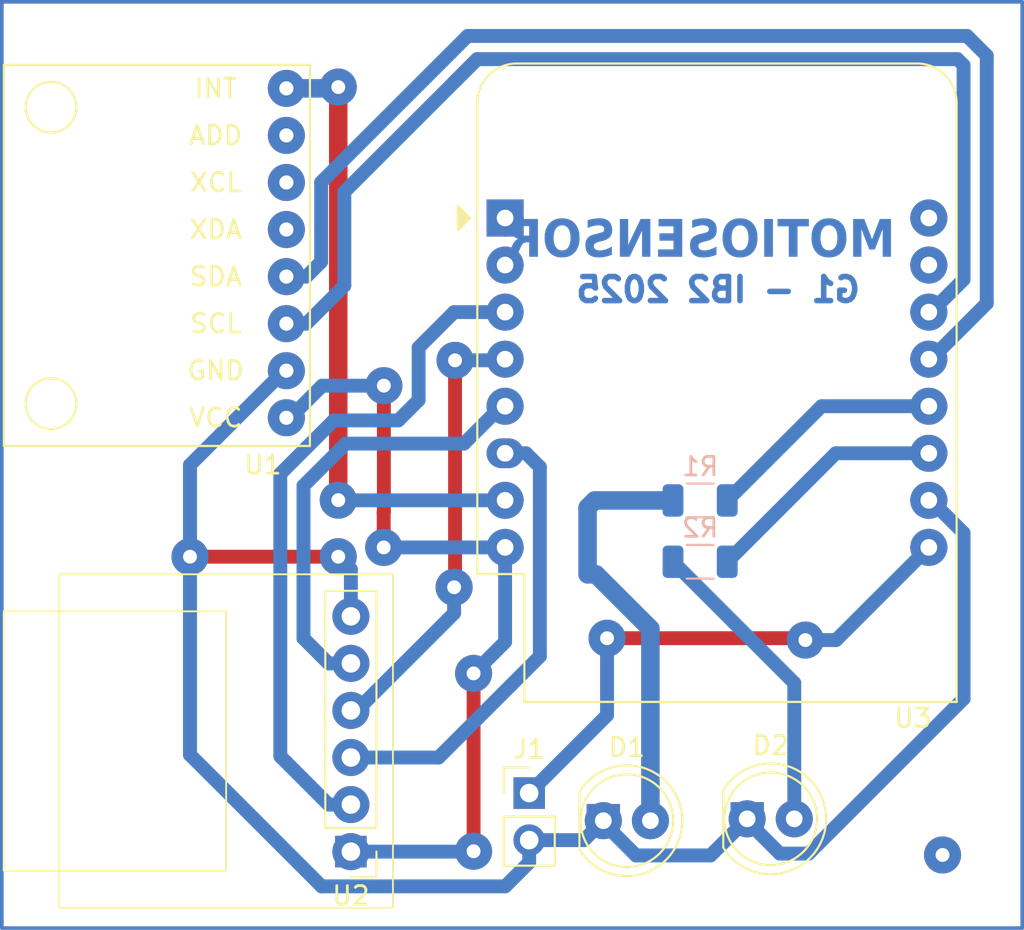
<source format=kicad_pcb>
(kicad_pcb (version 20241229) (generator "pcbnew") (generator_version "9.0")
  (layers (0 "F.Cu" signal) (2 "B.Cu" signal) (13 "F.Paste" user) (15 "B.Paste" user) (5 "F.SilkS" user "F.Silkscreen") (7 "B.SilkS" user "B.Silkscreen") (1 "F.Mask" user) (3 "B.Mask" user) (25 "Edge.Cuts" user))
  (net 0 "")
  (net 1 "Net-(D1-A)")
  (net 2 "/GND")
  (net 3 "Net-(D2-A)")
  (net 4 "/LED_SD")
  (net 5 "/LED_C")
  (net 6 "/V_IN")
  (net 7 "/3V3")
  (net 8 "unconnected-(U1-XDA-Pad5)")
  (net 9 "/SDA")
  (net 10 "unconnected-(U1-XCL-Pad6)")
  (net 11 "/SCL")
  (net 12 "unconnected-(U1-ADD-Pad7)")
  (net 13 "/INT")
  (net 14 "/CLK")
  (net 15 "/CS")
  (net 16 "/MISO")
  (net 17 "/MOSI")
  (net 18 "unconnected-(U3-RX-Pad15)")
  (net 19 "unconnected-(U3-~{RST}-Pad1)")
  (net 20 "unconnected-(U3-A0-Pad2)")
  (net 21 "unconnected-(U3-TX-Pad16)")
  (footprint "LED_THT:LED_D5.0mm" (layer "F.Cu") (at 187.36 91.15)
    (property "Reference" "D2" (at 1.27 -3.96 0) (layer "F.SilkS"))
    (property "Value" "LED")
    (fp_line (start -1.29 -1.545) (end -1.29 1.545) (stroke (width 0.12)) (layer "F.SilkS"))
    (fp_arc (start -1.29 -1.54483) (mid 2.071779 -2.880495) (end 4.26 0) (stroke (width 0.12)) (layer "F.SilkS"))
    (fp_arc (start 4.26 0) (mid 2.071779 2.880495) (end -1.29 1.54483) (stroke (width 0.12)) (layer "F.SilkS"))
    (fp_circle (center 1.27 0) (end 3.77 0) (stroke (width 0.12)) (fill no) (layer "F.SilkS"))
    (pad "1" thru_hole rect (at 0 0) (size 1.8 1.8) (drill 0.9) (layers "*.Cu" "*.Mask") (net 2 "/GND"))
    (pad "2" thru_hole circle (at 2.54 0) (size 1.8 1.8) (drill 0.9) (layers "*.Cu" "*.Mask") (net 3 "Net-(D2-A)"))
  )
  (footprint "micro_sd:PinHeader_1x06_P2.54mm_Vertical" (layer "F.Cu") (at 150.25 95.95 90)
    (property "Reference" "U2" (at 0.65 15.73 0) (layer "F.SilkS"))
    (property "Value" "~")
    (fp_line (start 4.3 14.35) (end 17.11 14.35) (stroke (width 0.12)) (layer "F.SilkS"))
    (fp_line (start 17.11 17.11) (end 17.11 14.35) (stroke (width 0.12)) (layer "F.SilkS"))
    (fp_line (start 4.3 17.11) (end 4.3 14.35) (stroke (width 0.12)) (layer "F.SilkS"))
    (fp_line (start 4.3 17.11) (end 17.11 17.11) (stroke (width 0.12)) (layer "F.SilkS"))
    (fp_line (start 3.03 17.11) (end 1.65 17.11) (stroke (width 0.12)) (layer "F.SilkS"))
    (fp_line (start 1.65 17.11) (end 1.65 15.73) (stroke (width 0.12)) (layer "F.SilkS"))
    (fp_rect (start 2 -3) (end 16 9) (stroke (width 0.1)) (fill no) (layer "F.SilkS"))
    (fp_rect (start 0 0) (end 18 18) (stroke (width 0.1)) (fill no) (layer "F.SilkS"))
    (pad "1" thru_hole rect (at 3.03 15.73 180) (size 1.7 1.7) (drill 1) (layers "*.Cu" "*.Mask") (net 7 "/3V3"))
    (pad "2" thru_hole circle (at 5.57 15.73 180) (size 1.7 1.7) (drill 1) (layers "*.Cu" "*.Mask") (net 15 "/CS"))
    (pad "3" thru_hole circle (at 8.11 15.73 180) (size 1.7 1.7) (drill 1) (layers "*.Cu" "*.Mask") (net 17 "/MOSI"))
    (pad "4" thru_hole circle (at 10.65 15.73 180) (size 1.7 1.7) (drill 1) (layers "*.Cu" "*.Mask") (net 14 "/CLK"))
    (pad "5" thru_hole circle (at 13.19 15.73 180) (size 1.7 1.7) (drill 1) (layers "*.Cu" "*.Mask") (net 16 "/MISO"))
    (pad "6" thru_hole circle (at 15.73 15.73 180) (size 1.7 1.7) (drill 1) (layers "*.Cu" "*.Mask") (net 2 "/GND"))
  )
  (footprint "LED_THT:LED_D5.0mm" (layer "F.Cu") (at 179.6 91.25)
    (property "Reference" "D1" (at 1.27 -3.96 0) (layer "F.SilkS"))
    (property "Value" "LED")
    (fp_line (start -1.29 -1.545) (end -1.29 1.545) (stroke (width 0.12)) (layer "F.SilkS"))
    (fp_arc (start -1.29 -1.54483) (mid 2.071779 -2.880495) (end 4.26 0) (stroke (width 0.12)) (layer "F.SilkS"))
    (fp_arc (start 4.26 0) (mid 2.071779 2.880495) (end -1.29 1.54483) (stroke (width 0.12)) (layer "F.SilkS"))
    (fp_circle (center 1.27 0) (end 3.77 0) (stroke (width 0.12)) (fill no) (layer "F.SilkS"))
    (pad "1" thru_hole rect (at 0 0) (size 1.8 1.8) (drill 0.9) (layers "*.Cu" "*.Mask") (net 2 "/GND"))
    (pad "2" thru_hole circle (at 2.54 0) (size 1.8 1.8) (drill 0.9) (layers "*.Cu" "*.Mask") (net 1 "Net-(D1-A)"))
  )
  (footprint "Connector_PinHeader_2.54mm:PinHeader_1x02_P2.54mm_Vertical" (layer "F.Cu") (at 175.6 89.76)
    (property "Reference" "J1" (at 0 -2.38 0) (layer "F.SilkS"))
    (property "Value" "Conn_01x02")
    (fp_line (start -1.38 -1.38) (end 0 -1.38) (stroke (width 0.12)) (layer "F.SilkS"))
    (fp_line (start -1.38 0) (end -1.38 -1.38) (stroke (width 0.12)) (layer "F.SilkS"))
    (fp_line (start -1.38 1.27) (end -1.38 3.92) (stroke (width 0.12)) (layer "F.SilkS"))
    (fp_line (start -1.38 1.27) (end 1.38 1.27) (stroke (width 0.12)) (layer "F.SilkS"))
    (fp_line (start -1.38 3.92) (end 1.38 3.92) (stroke (width 0.12)) (layer "F.SilkS"))
    (fp_line (start 1.38 1.27) (end 1.38 3.92) (stroke (width 0.12)) (layer "F.SilkS"))
    (pad "1" thru_hole rect (at 0 0) (size 1.7 1.7) (drill 1) (layers "*.Cu" "*.Mask") (net 6 "/V_IN"))
    (pad "2" thru_hole circle (at 0 2.54) (size 1.7 1.7) (drill 1) (layers "*.Cu" "*.Mask") (net 2 "/GND"))
  )
  (footprint "RF_Module:WEMOS_D1_mini_light" (layer "F.Cu") (at 174.3 58.718)
    (property "Reference" "U3" (at 22 27 0) (layer "F.SilkS"))
    (property "Value" "WEMOS_D1_mini")
    (fp_line (start -1.5 19.22) (end -1.5 -6.21) (stroke (width 0.12)) (layer "F.SilkS"))
    (fp_line (start -1.5 19.22) (end 1.04 19.22) (stroke (width 0.12)) (layer "F.SilkS"))
    (fp_line (start 1.04 19.22) (end 1.04 26.12) (stroke (width 0.12)) (layer "F.SilkS"))
    (fp_line (start 1.04 26.12) (end 24.36 26.12) (stroke (width 0.12)) (layer "F.SilkS"))
    (fp_line (start 22.24 -8.34) (end 0.63 -8.34) (stroke (width 0.12)) (layer "F.SilkS"))
    (fp_line (start 24.36 26.12) (end 24.36 -6.21) (stroke (width 0.12)) (layer "F.SilkS"))
    (fp_arc (start -1.5 -6.21) (mid -0.876137 -7.716137) (end 0.63 -8.34) (stroke (width 0.12)) (layer "F.SilkS"))
    (fp_arc (start 22.23 -8.34) (mid 23.736137 -7.716137) (end 24.36 -6.21) (stroke (width 0.12)) (layer "F.SilkS"))
    (fp_poly (pts (xy -2.54 -0.635) (xy -2.54 0.635) (xy -1.905 0)) (stroke (width 0.15)) (fill yes) (layer "F.SilkS"))
    (pad "1" thru_hole rect (at 0 0) (size 2 2) (drill 0.9) (layers "*.Cu" "*.Mask") (net 19 "unconnected-(U3-~{RST}-Pad1)"))
    (pad "2" thru_hole oval (at 0 2.54) (size 2 1.6) (drill 0.9) (layers "*.Cu" "*.Mask") (net 20 "unconnected-(U3-A0-Pad2)"))
    (pad "3" thru_hole oval (at 0 5.08) (size 2 1.6) (drill 0.9) (layers "*.Cu" "*.Mask") (net 15 "/CS"))
    (pad "4" thru_hole oval (at 0 7.62) (size 2 1.6) (drill 0.9) (layers "*.Cu" "*.Mask") (net 14 "/CLK"))
    (pad "5" thru_hole oval (at 0 10.16) (size 2 1.6) (drill 0.9) (layers "*.Cu" "*.Mask") (net 16 "/MISO"))
    (pad "6" thru_hole oval (at 0 12.7) (size 2 1.6) (drill 0.9) (layers "*.Cu" "*.Mask") (net 17 "/MOSI"))
    (pad "7" thru_hole oval (at 0 15.24) (size 2 1.6) (drill 0.9) (layers "*.Cu" "*.Mask") (net 13 "/INT"))
    (pad "8" thru_hole oval (at 0 17.78) (size 2 1.6) (drill 0.9) (layers "*.Cu" "*.Mask") (net 7 "/3V3"))
    (pad "9" thru_hole oval (at 22.86 17.78) (size 2 1.6) (drill 0.9) (layers "*.Cu" "*.Mask") (net 6 "/V_IN"))
    (pad "10" thru_hole oval (at 22.86 15.24) (size 2 1.6) (drill 0.9) (layers "*.Cu" "*.Mask") (net 2 "/GND"))
    (pad "11" thru_hole oval (at 22.86 12.7) (size 2 1.6) (drill 0.9) (layers "*.Cu" "*.Mask") (net 5 "/LED_C"))
    (pad "12" thru_hole oval (at 22.86 10.16) (size 2 1.6) (drill 0.9) (layers "*.Cu" "*.Mask") (net 4 "/LED_SD"))
    (pad "13" thru_hole oval (at 22.86 7.62) (size 2 1.6) (drill 0.9) (layers "*.Cu" "*.Mask") (net 9 "/SDA"))
    (pad "14" thru_hole oval (at 22.86 5.08) (size 2 1.6) (drill 0.9) (layers "*.Cu" "*.Mask") (net 11 "/SCL"))
    (pad "15" thru_hole oval (at 22.86 2.54) (size 2 1.6) (drill 0.9) (layers "*.Cu" "*.Mask") (net 18 "unconnected-(U3-RX-Pad15)"))
    (pad "16" thru_hole oval (at 22.86 0) (size 2 1.6) (drill 0.9) (layers "*.Cu" "*.Mask") (net 21 "unconnected-(U3-TX-Pad16)"))
  )
  (footprint "usini_sensors:module_mpu6050" (layer "F.Cu") (at 162.5 51.72 180)
    (property "Reference" "U1" (at 1.27 -20.32 0) (layer "F.SilkS"))
    (property "Value" "module_mpu6050")
    (fp_line (start 15.24 1.27) (end -1.27 1.27) (stroke (width 0.12)) (layer "F.SilkS"))
    (fp_line (start 15.24 -19.304) (end 15.24 1.27) (stroke (width 0.12)) (layer "F.SilkS"))
    (fp_line (start -1.27 1.27) (end -1.27 -19.304) (stroke (width 0.12)) (layer "F.SilkS"))
    (fp_line (start -1.27 -19.304) (end 15.24 -19.304) (stroke (width 0.12)) (layer "F.SilkS"))
    (fp_circle (center 12.7 -1.016) (end 13.208 0.254) (stroke (width 0.12)) (fill no) (layer "F.SilkS"))
    (fp_circle (center 12.7 -17.018) (end 13.208 -15.748) (stroke (width 0.12)) (fill no) (layer "F.SilkS"))
    (fp_text user "XCL" (at 3.81 -5.08 0) (layer "F.SilkS"))
    (fp_text user "SCL" (at 3.81 -12.7 0) (layer "F.SilkS"))
    (fp_text user "VCC" (at 3.81 -17.78 0) (layer "F.SilkS"))
    (fp_text user "SDA" (at 3.81 -10.16 0) (layer "F.SilkS"))
    (fp_text user "INT" (at 3.81 0 0) (layer "F.SilkS"))
    (fp_text user "GND" (at 3.81 -15.24 0) (layer "F.SilkS"))
    (fp_text user "ADD" (at 3.81 -2.54 0) (layer "F.SilkS"))
    (fp_text user "XDA" (at 3.81 -7.62 0) (layer "F.SilkS"))
    (pad "1" thru_hole circle (at 0 -17.78 180) (size 1.524 1.524) (drill 0.762) (layers "*.Cu" "*.Mask") (net 7 "/3V3"))
    (pad "2" thru_hole circle (at 0 -15.24 180) (size 1.524 1.524) (drill 0.762) (layers "*.Cu" "*.Mask") (net 2 "/GND"))
    (pad "3" thru_hole circle (at 0 -12.7 180) (size 1.524 1.524) (drill 0.762) (layers "*.Cu" "*.Mask") (net 11 "/SCL"))
    (pad "4" thru_hole circle (at 0 -10.16 180) (size 1.524 1.524) (drill 0.762) (layers "*.Cu" "*.Mask") (net 9 "/SDA"))
    (pad "5" thru_hole circle (at 0 -7.62 180) (size 1.524 1.524) (drill 0.762) (layers "*.Cu" "*.Mask") (net 8 "unconnected-(U1-XDA-Pad5)"))
    (pad "6" thru_hole circle (at 0 -5.08 180) (size 1.524 1.524) (drill 0.762) (layers "*.Cu" "*.Mask") (net 10 "unconnected-(U1-XCL-Pad6)"))
    (pad "7" thru_hole circle (at 0 -2.54 180) (size 1.524 1.524) (drill 0.762) (layers "*.Cu" "*.Mask") (net 12 "unconnected-(U1-ADD-Pad7)"))
    (pad "8" thru_hole circle (at 0 0 180) (size 1.524 1.524) (drill 0.762) (layers "*.Cu" "*.Mask") (net 13 "/INT"))
  )
  (footprint "Resistor_SMD:R_1206_3216Metric" (layer "B.Cu") (at 184.8225 73.963 180)
    (property "Reference" "R1" (at 0 1.83 0) (layer "B.SilkS") (effects (justify mirror)))
    (property "Value" "R")
    (fp_line (start -0.727064 0.91) (end 0.727064 0.91) (stroke (width 0.12)) (layer "B.SilkS"))
    (fp_line (start -0.727064 -0.91) (end 0.727064 -0.91) (stroke (width 0.12)) (layer "B.SilkS"))
    (pad "1" smd roundrect (at -1.4625 0 180) (size 1.125 1.75) (layers "B.Cu" "B.Mask" "B.Paste") (roundrect_rratio 0.222222) (net 4 "/LED_SD"))
    (pad "2" smd roundrect (at 1.4625 0 180) (size 1.125 1.75) (layers "B.Cu" "B.Mask" "B.Paste") (roundrect_rratio 0.222222) (net 1 "Net-(D1-A)"))
  )
  (footprint "Resistor_SMD:R_1206_3216Metric" (layer "B.Cu") (at 184.8225 77.273 180)
    (property "Reference" "R2" (at 0 1.83 0) (layer "B.SilkS") (effects (justify mirror)))
    (property "Value" "R")
    (fp_line (start -0.727064 0.91) (end 0.727064 0.91) (stroke (width 0.12)) (layer "B.SilkS"))
    (fp_line (start -0.727064 -0.91) (end 0.727064 -0.91) (stroke (width 0.12)) (layer "B.SilkS"))
    (pad "1" smd roundrect (at -1.4625 0 180) (size 1.125 1.75) (layers "B.Cu" "B.Mask" "B.Paste") (roundrect_rratio 0.222222) (net 5 "/LED_C"))
    (pad "2" smd roundrect (at 1.4625 0 180) (size 1.125 1.75) (layers "B.Cu" "B.Mask" "B.Paste") (roundrect_rratio 0.222222) (net 3 "Net-(D2-A)"))
  )
  (gr_rect (start 147.15 47.05) (end 202.2 97.05) (stroke (width 0.2)) (fill no) (layer "B.Cu"))
  (gr_text "G1 - IB2 2025 " (at 185.3 63.35 0) (layer "B.Cu") (effects (font (size 1.3 1.3) (thickness 0.3) (bold yes)) (justify bottom mirror)))
  (gr_text "MOTIOSENSOR\n" (at 195.35 61.15 0) (layer "B.Cu") (effects (font (size 2 1.8) (thickness 0.3) (bold yes)) (justify left bottom mirror)))
  (via (at 197.9 93.1) (size 2) (drill 0.75) (layers "F.Cu" "B.Cu") (net 0))
  (via (at 182.14 91.25) (size 2) (drill 0.75) (layers "F.Cu" "B.Cu") (net 1))
  (segment (start 179.137 73.963) (end 178.75 74.35) (width 1) (layer "B.Cu") (net 1))
  (segment (start 181.9215 91.0315) (end 182.14 91.25) (width 0.75) (layer "B.Cu") (net 1))
  (segment (start 178.75 77.95) (end 179.2 77.95) (width 1) (layer "B.Cu") (net 1))
  (segment (start 182.14 80.89) (end 182.14 91.25) (width 1) (layer "B.Cu") (net 1))
  (segment (start 183.36 73.963) (end 179.137 73.963) (width 1) (layer "B.Cu") (net 1))
  (segment (start 179.2 77.95) (end 182.14 80.89) (width 1) (layer "B.Cu") (net 1))
  (segment (start 178.75 74.35) (end 178.75 77.95) (width 1) (layer "B.Cu") (net 1))
  (segment (start 165.299 77) (end 157.3 77) (width 0.75) (layer "F.Cu") (net 2))
  (via (at 197.16 73.958) (size 2) (drill 0.75) (layers "F.Cu" "B.Cu") (net 2))
  (via (at 165.299 77) (size 2) (drill 0.75) (layers "F.Cu" "B.Cu") (net 2))
  (via (at 187.36 91.15) (size 2) (drill 0.75) (layers "F.Cu" "B.Cu") (net 2))
  (via (at 157.3 77) (size 2) (drill 0.75) (layers "F.Cu" "B.Cu") (net 2))
  (via (at 162.5 66.96) (size 2) (drill 0.75) (layers "F.Cu" "B.Cu") (net 2))
  (via (at 165.98 80.22) (size 2) (drill 0.75) (layers "F.Cu" "B.Cu") (net 2))
  (via (at 179.6 91.25) (size 2) (drill 0.75) (layers "F.Cu" "B.Cu") (net 2))
  (segment (start 165.98 80.22) (end 165.98 77.681) (width 0.75) (layer "B.Cu") (net 2))
  (segment (start 157.3 87.692) (end 157.3 77) (width 0.75) (layer "B.Cu") (net 2))
  (segment (start 185.384 93.126) (end 187.36 91.15) (width 0.75) (layer "B.Cu") (net 2))
  (segment (start 157.3 72.16) (end 157.3 76.2) (width 0.75) (layer "B.Cu") (net 2))
  (segment (start 166 80.2) (end 165.98 80.22) (width 0.75) (layer "B.Cu") (net 2))
  (segment (start 157.3 77) (end 157.3 76.2) (width 0.75) (layer "B.Cu") (net 2))
  (segment (start 174.306081 94.796) (end 175.6 93.502081) (width 0.75) (layer "B.Cu") (net 2))
  (segment (start 165.98 77.681) (end 165.299 77) (width 0.75) (layer "B.Cu") (net 2))
  (segment (start 178.55 92.3) (end 179.6 91.25) (width 0.75) (layer "B.Cu") (net 2))
  (segment (start 175.6 92.3) (end 178.55 92.3) (width 0.75) (layer "B.Cu") (net 2))
  (segment (start 157.3 87.692) (end 164.404 94.796) (width 0.75) (layer "B.Cu") (net 2))
  (segment (start 197.16 73.958) (end 197.36 73.958) (width 0.75) (layer "B.Cu") (net 2))
  (segment (start 199.036 84.667065) (end 199.036 75.720935) (width 0.75) (layer "B.Cu") (net 2))
  (segment (start 179.6 91.25) (end 179.6 91.363065) (width 0.75) (layer "B.Cu") (net 2))
  (segment (start 197.273065 73.958) (end 197.16 73.958) (width 0.75) (layer "B.Cu") (net 2))
  (segment (start 181.362935 93.126) (end 185.384 93.126) (width 0.75) (layer "B.Cu") (net 2))
  (segment (start 187.36 91.263065) (end 189.122935 93.026) (width 0.75) (layer "B.Cu") (net 2))
  (segment (start 157.3 72.16) (end 157.3 72.046935) (width 0.75) (layer "B.Cu") (net 2))
  (segment (start 189.122935 93.026) (end 190.677065 93.026) (width 0.75) (layer "B.Cu") (net 2))
  (segment (start 157.3 72.16) (end 157.3 87.692) (width 0.75) (layer "B.Cu") (net 2))
  (segment (start 175.6 93.502081) (end 175.6 92.3) (width 0.75) (layer "B.Cu") (net 2))
  (segment (start 157.3 72.046935) (end 162.386935 66.96) (width 0.75) (layer "B.Cu") (net 2))
  (segment (start 187.36 91.15) (end 187.36 91.263065) (width 0.75) (layer "B.Cu") (net 2))
  (segment (start 199.036 75.720935) (end 197.273065 73.958) (width 0.75) (layer "B.Cu") (net 2))
  (segment (start 162.386935 66.96) (end 162.5 66.96) (width 0.75) (layer "B.Cu") (net 2))
  (segment (start 164.404 94.796) (end 174.306081 94.796) (width 0.75) (layer "B.Cu") (net 2))
  (segment (start 190.677065 93.026) (end 199.036 84.667065) (width 0.75) (layer "B.Cu") (net 2))
  (segment (start 179.6 91.363065) (end 181.362935 93.126) (width 0.75) (layer "B.Cu") (net 2))
  (via (at 189.9 91.15) (size 2) (drill 0.75) (layers "F.Cu" "B.Cu") (net 3))
  (segment (start 183.36 77.273) (end 189.9 83.813) (width 0.75) (layer "B.Cu") (net 3))
  (segment (start 189.9 83.813) (end 189.9 91.15) (width 0.75) (layer "B.Cu") (net 3))
  (via (at 197.16 68.878) (size 2) (drill 0.75) (layers "F.Cu" "B.Cu") (net 4))
  (segment (start 191.37 68.878) (end 186.285 73.963) (width 0.75) (layer "B.Cu") (net 4))
  (segment (start 197.16 68.878) (end 191.37 68.878) (width 0.75) (layer "B.Cu") (net 4))
  (via (at 197.16 71.418) (size 2) (drill 0.75) (layers "F.Cu" "B.Cu") (net 5))
  (segment (start 192.14 71.418) (end 186.285 77.273) (width 0.75) (layer "B.Cu") (net 5))
  (segment (start 197.16 71.418) (end 192.14 71.418) (width 0.75) (layer "B.Cu") (net 5))
  (segment (start 190.4 81.4) (end 190.5 81.5) (width 0.75) (layer "F.Cu") (net 6))
  (segment (start 179.8 81.4) (end 190.4 81.4) (width 0.75) (layer "F.Cu") (net 6))
  (via (at 197.16 76.498) (size 2) (drill 0.75) (layers "F.Cu" "B.Cu") (net 6))
  (via (at 190.5 81.5) (size 2) (drill 0.75) (layers "F.Cu" "B.Cu") (net 6))
  (via (at 179.8 81.4) (size 2) (drill 0.75) (layers "F.Cu" "B.Cu") (net 6))
  (segment (start 179.8 85.56) (end 179.8 81.4) (width 0.75) (layer "B.Cu") (net 6))
  (segment (start 190.5 81.5) (end 192.158 81.5) (width 0.75) (layer "B.Cu") (net 6))
  (segment (start 192.158 81.5) (end 197.16 76.498) (width 0.75) (layer "B.Cu") (net 6))
  (segment (start 175.6 89.76) (end 179.8 85.56) (width 0.75) (layer "B.Cu") (net 6))
  (segment (start 167.76022 74.583678) (end 167.76022 67.768947) (width 0.75) (layer "F.Cu") (net 7))
  (segment (start 167.75 74.593898) (end 167.76022 74.583678) (width 0.75) (layer "F.Cu") (net 7))
  (segment (start 167.75 76.5) (end 167.75 74.593898) (width 0.75) (layer "F.Cu") (net 7))
  (segment (start 172.6 92.9) (end 172.6 83.3) (width 0.75) (layer "F.Cu") (net 7))
  (via (at 165.98 92.92) (size 2) (drill 0.75) (layers "F.Cu" "B.Cu") (net 7))
  (via (at 162.5 69.5) (size 2) (drill 0.75) (layers "F.Cu" "B.Cu") (net 7))
  (via (at 167.76022 67.768947) (size 2) (drill 0.75) (layers "F.Cu" "B.Cu") (net 7))
  (via (at 172.6 92.9) (size 2) (drill 0.75) (layers "F.Cu" "B.Cu") (net 7))
  (via (at 174.3 76.5) (size 2) (drill 0.75) (layers "F.Cu" "B.Cu") (net 7))
  (via (at 172.6 83.3) (size 2) (drill 0.75) (layers "F.Cu" "B.Cu") (net 7))
  (via (at 167.75 76.5) (size 2) (drill 0.75) (layers "F.Cu" "B.Cu") (net 7))
  (segment (start 167.75 76.5) (end 174.298 76.5) (width 0.75) (layer "B.Cu") (net 7))
  (segment (start 164.431053 67.768947) (end 167.76022 67.768947) (width 0.75) (layer "B.Cu") (net 7))
  (segment (start 172.6 83.3) (end 174.3 81.6) (width 0.75) (layer "B.Cu") (net 7))
  (segment (start 162.7 69.5) (end 164.431053 67.768947) (width 0.75) (layer "B.Cu") (net 7))
  (segment (start 162.5 69.5) (end 162.7 69.5) (width 0.75) (layer "B.Cu") (net 7))
  (segment (start 174.298 76.5) (end 174.3 76.498) (width 0.75) (layer "B.Cu") (net 7))
  (segment (start 172.58 92.92) (end 172.6 92.9) (width 0.75) (layer "B.Cu") (net 7))
  (segment (start 165.98 92.92) (end 172.58 92.92) (width 0.75) (layer "B.Cu") (net 7))
  (segment (start 174.3 81.6) (end 174.3 76.5) (width 0.75) (layer "B.Cu") (net 7))
  (segment (start 174.3 76.5) (end 174.3 76.498) (width 0.75) (layer "B.Cu") (net 7))
  (via (at 162.5 59.34) (size 2) (drill 0.75) (layers "F.Cu" "B.Cu") (net 8))
  (via (at 162.5 61.88) (size 2) (drill 0.75) (layers "F.Cu" "B.Cu") (net 9))
  (via (at 197.16 66.338) (size 2) (drill 0.75) (layers "F.Cu" "B.Cu") (net 9))
  (segment (start 164.376 56.791074) (end 164.376 61.08163) (width 0.75) (layer "B.Cu") (net 9))
  (segment (start 163.57763 61.88) (end 162.5 61.88) (width 0.75) (layer "B.Cu") (net 9))
  (segment (start 199.223925 48.891) (end 172.276074 48.891) (width 0.75) (layer "B.Cu") (net 9))
  (segment (start 200.287 49.954074) (end 199.223925 48.891) (width 0.75) (layer "B.Cu") (net 9))
  (segment (start 197.16 66.338) (end 197.273065 66.338) (width 0.75) (layer "B.Cu") (net 9))
  (segment (start 164.376 61.08163) (end 163.57763 61.88) (width 0.75) (layer "B.Cu") (net 9))
  (segment (start 172.276074 48.891) (end 164.376 56.791074) (width 0.75) (layer "B.Cu") (net 9))
  (segment (start 197.273065 66.338) (end 200.287 63.324065) (width 0.75) (layer "B.Cu") (net 9))
  (segment (start 200.287 63.324065) (end 200.287 49.954074) (width 0.75) (layer "B.Cu") (net 9))
  (via (at 162.5 56.8) (size 2) (drill 0.75) (layers "F.Cu" "B.Cu") (net 10))
  (via (at 197.16 63.798) (size 2) (drill 0.75) (layers "F.Cu" "B.Cu") (net 11))
  (via (at 162.5 64.42) (size 2) (drill 0.75) (layers "F.Cu" "B.Cu") (net 11))
  (segment (start 163.57763 64.42) (end 162.5 64.42) (width 0.75) (layer "B.Cu") (net 11))
  (segment (start 172.794256 50.142) (end 165.627 57.309256) (width 0.75) (layer "B.Cu") (net 11))
  (segment (start 165.627 62.37063) (end 163.57763 64.42) (width 0.75) (layer "B.Cu") (net 11))
  (segment (start 197.16 63.798) (end 197.273065 63.798) (width 0.75) (layer "B.Cu") (net 11))
  (segment (start 165.627 57.309256) (end 165.627 62.37063) (width 0.75) (layer "B.Cu") (net 11))
  (segment (start 197.273065 63.798) (end 199.036 62.035065) (width 0.75) (layer "B.Cu") (net 11))
  (segment (start 199.036 62.035065) (end 199.036 50.472256) (width 0.75) (layer "B.Cu") (net 11))
  (segment (start 199.036 50.472256) (end 198.705744 50.142) (width 0.75) (layer "B.Cu") (net 11))
  (segment (start 171.55 51.386256) (end 172.794256 50.142) (width 0.75) (layer "B.Cu") (net 11))
  (segment (start 198.705744 50.142) (end 172.794256 50.142) (width 0.75) (layer "B.Cu") (net 11))
  (via (at 162.5 54.26) (size 2) (drill 0.75) (layers "F.Cu" "B.Cu") (net 12))
  (segment (start 165.3 51.65) (end 165.3 73.95) (width 1) (layer "F.Cu") (net 13))
  (via (at 165.3 51.65) (size 2) (drill 0.75) (layers "F.Cu" "B.Cu") (net 13))
  (via (at 174.3 73.958) (size 2) (drill 0.75) (layers "F.Cu" "B.Cu") (net 13))
  (via (at 165.3 73.95) (size 2) (drill 0.75) (layers "F.Cu" "B.Cu") (net 13))
  (via (at 162.5 51.72) (size 2) (drill 0.75) (layers "F.Cu" "B.Cu") (net 13))
  (segment (start 165.3 73.95) (end 165.308 73.958) (width 0.75) (layer "B.Cu") (net 13))
  (segment (start 165.23 51.72) (end 165.3 51.65) (width 1) (layer "B.Cu") (net 13))
  (segment (start 162.5 51.72) (end 165.23 51.72) (width 1) (layer "B.Cu") (net 13))
  (segment (start 165.308 73.958) (end 174.3 73.958) (width 0.75) (layer "B.Cu") (net 13))
  (segment (start 174.292 73.95) (end 174.3 73.958) (width 0.75) (layer "B.Cu") (net 13))
  (segment (start 171.6 78.6) (end 171.55 78.65) (width 0.75) (layer "F.Cu") (net 14))
  (segment (start 171.6 66.4) (end 171.6 78.6) (width 0.75) (layer "F.Cu") (net 14))
  (via (at 174.3 66.338) (size 2) (drill 0.75) (layers "F.Cu" "B.Cu") (net 14))
  (via (at 171.6 66.4) (size 2) (drill 0.75) (layers "F.Cu" "B.Cu") (net 14))
  (via (at 165.98 85.3) (size 2) (drill 0.75) (layers "F.Cu" "B.Cu") (net 14))
  (via (at 171.55 78.65) (size 2) (drill 0.75) (layers "F.Cu" "B.Cu") (net 14))
  (segment (start 174.238 66.4) (end 174.3 66.338) (width 0.75) (layer "B.Cu") (net 14))
  (segment (start 174.188 66.45) (end 174.3 66.338) (width 0.75) (layer "B.Cu") (net 14))
  (segment (start 171.55 80.05) (end 171.55 78.65) (width 0.75) (layer "B.Cu") (net 14))
  (segment (start 166.3 85.3) (end 171.55 80.05) (width 0.75) (layer "B.Cu") (net 14))
  (segment (start 165.98 85.3) (end 166.3 85.3) (width 0.75) (layer "B.Cu") (net 14))
  (segment (start 171.6 66.4) (end 174.238 66.4) (width 0.75) (layer "B.Cu") (net 14))
  (via (at 165.98 90.38) (size 2) (drill 0.75) (layers "F.Cu" "B.Cu") (net 15))
  (via (at 174.3 63.798) (size 2) (drill 0.75) (layers "F.Cu" "B.Cu") (net 15))
  (segment (start 169.63622 68.546012) (end 169.63622 65.710715) (width 0.75) (layer "B.Cu") (net 15))
  (segment (start 169.63622 65.710715) (end 171.548935 63.798) (width 0.75) (layer "B.Cu") (net 15))
  (segment (start 162.173 87.775081) (end 162.173 72.527) (width 0.75) (layer "B.Cu") (net 15))
  (segment (start 162.173 72.527) (end 165.055053 69.644947) (width 0.75) (layer "B.Cu") (net 15))
  (segment (start 165.055053 69.644947) (end 168.537285 69.644947) (width 0.75) (layer "B.Cu") (net 15))
  (segment (start 168.537285 69.644947) (end 169.63622 68.546012) (width 0.75) (layer "B.Cu") (net 15))
  (segment (start 164.777919 90.38) (end 162.173 87.775081) (width 0.75) (layer "B.Cu") (net 15))
  (segment (start 165.98 90.38) (end 164.777919 90.38) (width 0.75) (layer "B.Cu") (net 15))
  (segment (start 171.548935 63.798) (end 174.3 63.798) (width 0.75) (layer "B.Cu") (net 15))
  (via (at 165.98 82.76) (size 2) (drill 0.75) (layers "F.Cu" "B.Cu") (net 16))
  (via (at 174.3 68.878) (size 2) (drill 0.75) (layers "F.Cu" "B.Cu") (net 16))
  (segment (start 163.424 73.172935) (end 165.700988 70.895947) (width 0.75) (layer "B.Cu") (net 16))
  (segment (start 164.777919 82.76) (end 163.424 81.406081) (width 0.75) (layer "B.Cu") (net 16))
  (segment (start 174.1 68.878) (end 174.3 68.878) (width 0.75) (layer "B.Cu") (net 16))
  (segment (start 172.082053 70.895947) (end 174.1 68.878) (width 0.75) (layer "B.Cu") (net 16))
  (segment (start 165.98 82.76) (end 164.777919 82.76) (width 0.75) (layer "B.Cu") (net 16))
  (segment (start 165.700988 70.895947) (end 172.082053 70.895947) (width 0.75) (layer "B.Cu") (net 16))
  (segment (start 163.424 81.406081) (end 163.424 73.172935) (width 0.75) (layer "B.Cu") (net 16))
  (via (at 165.98 87.84) (size 2) (drill 0.75) (layers "F.Cu" "B.Cu") (net 17))
  (segment (start 176.176 82.377065) (end 176.176 72.162) (width 0.75) (layer "B.Cu") (net 17))
  (segment (start 176.176 72.162) (end 175.432 71.418) (width 0.75) (layer "B.Cu") (net 17))
  (segment (start 170.713065 87.84) (end 176.176 82.377065) (width 0.75) (layer "B.Cu") (net 17))
  (segment (start 175.432 71.418) (end 174.3 71.418) (width 0.75) (layer "B.Cu") (net 17))
  (segment (start 165.98 87.84) (end 170.713065 87.84) (width 0.75) (layer "B.Cu") (net 17))
  (via (at 197.16 61.258) (size 2) (drill 0.75) (layers "F.Cu" "B.Cu") (net 18))
  (via (at 174.3 58.718) (size 2) (drill 0.75) (layers "F.Cu" "B.Cu") (net 19))
  (via (at 174.3 61.258) (size 2) (drill 0.75) (layers "F.Cu" "B.Cu") (net 20))
  (via (at 197.16 58.718) (size 2) (drill 0.75) (layers "F.Cu" "B.Cu") (net 21))
)
</source>
